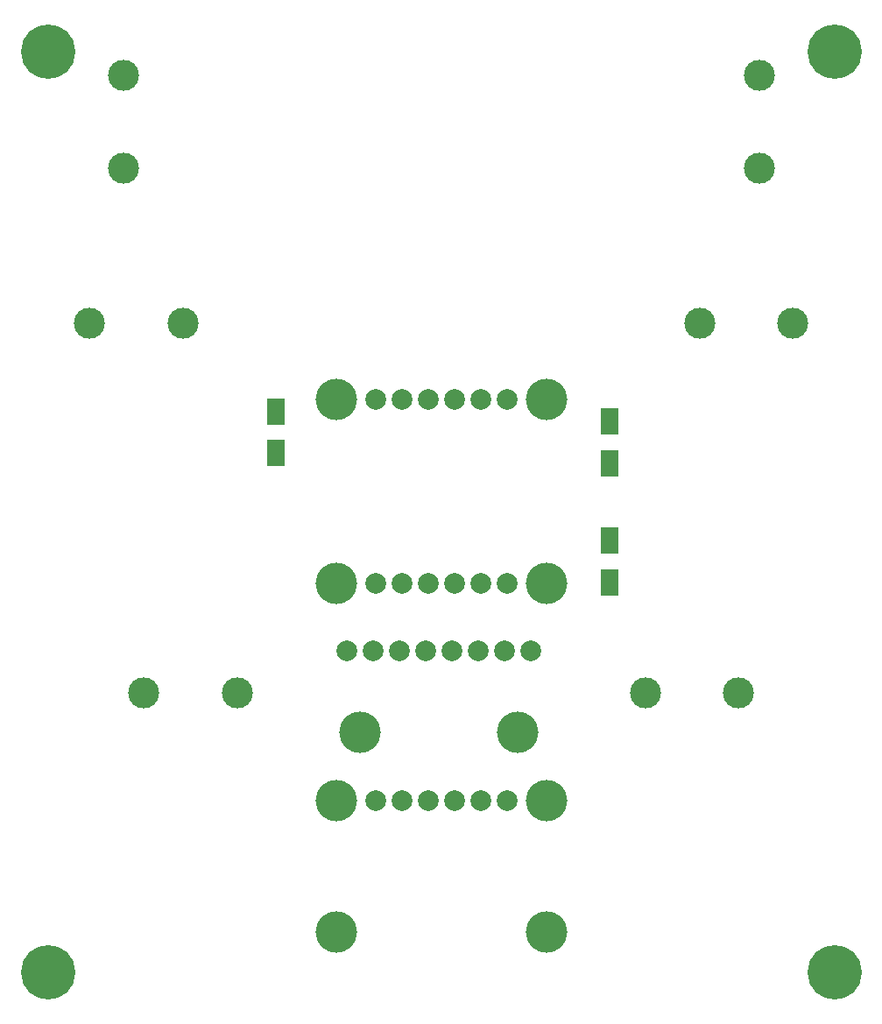
<source format=gbr>
%TF.GenerationSoftware,KiCad,Pcbnew,(5.1.10)-1*%
%TF.CreationDate,2022-05-09T22:48:28-07:00*%
%TF.ProjectId,solar-panel-WithCutout,736f6c61-722d-4706-916e-656c2d576974,1.0*%
%TF.SameCoordinates,Original*%
%TF.FileFunction,Soldermask,Top*%
%TF.FilePolarity,Negative*%
%FSLAX46Y46*%
G04 Gerber Fmt 4.6, Leading zero omitted, Abs format (unit mm)*
G04 Created by KiCad (PCBNEW (5.1.10)-1) date 2022-05-09 22:48:28*
%MOMM*%
%LPD*%
G01*
G04 APERTURE LIST*
%ADD10C,5.250000*%
%ADD11R,1.700000X2.500000*%
%ADD12C,4.000000*%
%ADD13C,2.000000*%
%ADD14C,3.000000*%
G04 APERTURE END LIST*
D10*
%TO.C,J5*%
X179500000Y-143230000D03*
%TD*%
%TO.C,J4*%
X179500000Y-54230000D03*
%TD*%
%TO.C,J3*%
X103500000Y-143230000D03*
%TD*%
%TO.C,J2*%
X103500000Y-54230000D03*
%TD*%
D11*
%TO.C,D3*%
X157750000Y-90000000D03*
X157750000Y-94000000D03*
%TD*%
%TO.C,D2*%
X157750000Y-105500000D03*
X157750000Y-101500000D03*
%TD*%
%TO.C,D1*%
X125500000Y-89000000D03*
X125500000Y-93000000D03*
%TD*%
D12*
%TO.C,U3*%
X148870000Y-120060000D03*
X133630000Y-120060000D03*
D13*
X145060000Y-112186000D03*
X142520000Y-112186000D03*
X150140000Y-112186000D03*
X147600000Y-112186000D03*
X132360000Y-112186000D03*
X134900000Y-112186000D03*
X137440000Y-112186000D03*
X139980000Y-112186000D03*
%TD*%
%TO.C,U2*%
X137690000Y-105640000D03*
X135150000Y-105640000D03*
D12*
X131340000Y-105640000D03*
D13*
X147850000Y-105640000D03*
D12*
X151660000Y-105640000D03*
D13*
X145310000Y-105640000D03*
X142770000Y-105640000D03*
X140230000Y-105640000D03*
D12*
X151660000Y-87860000D03*
D13*
X145310000Y-87860000D03*
X142770000Y-87860000D03*
X147850000Y-87860000D03*
X135150000Y-87860000D03*
X137690000Y-87860000D03*
X140230000Y-87860000D03*
D12*
X131340000Y-87860000D03*
%TD*%
%TO.C,U1*%
X151660000Y-139350000D03*
X131340000Y-139350000D03*
X151660000Y-126650000D03*
D13*
X145310000Y-126650000D03*
X142770000Y-126650000D03*
X147850000Y-126650000D03*
X135150000Y-126650000D03*
X137690000Y-126650000D03*
X140230000Y-126650000D03*
D12*
X131340000Y-126650000D03*
%TD*%
D14*
%TO.C,SC6*%
X110750000Y-56500000D03*
X110750000Y-65500000D03*
%TD*%
%TO.C,SC5*%
X172250000Y-65500000D03*
X172250000Y-56500000D03*
%TD*%
%TO.C,SC4*%
X175500000Y-80500000D03*
X166500000Y-80500000D03*
%TD*%
%TO.C,SC3*%
X170250000Y-116250000D03*
X161250000Y-116250000D03*
%TD*%
%TO.C,SC2*%
X121750000Y-116250000D03*
X112750000Y-116250000D03*
%TD*%
%TO.C,SC1*%
X116500000Y-80500000D03*
X107500000Y-80500000D03*
%TD*%
M02*

</source>
